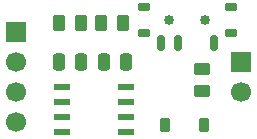
<source format=gbr>
%TF.GenerationSoftware,KiCad,Pcbnew,9.0.5*%
%TF.CreationDate,2025-11-16T03:13:01+01:00*%
%TF.ProjectId,LINBoard,4c494e42-6f61-4726-942e-6b696361645f,v1.0*%
%TF.SameCoordinates,Original*%
%TF.FileFunction,Soldermask,Top*%
%TF.FilePolarity,Negative*%
%FSLAX46Y46*%
G04 Gerber Fmt 4.6, Leading zero omitted, Abs format (unit mm)*
G04 Created by KiCad (PCBNEW 9.0.5) date 2025-11-16 03:13:01*
%MOMM*%
%LPD*%
G01*
G04 APERTURE LIST*
G04 Aperture macros list*
%AMRoundRect*
0 Rectangle with rounded corners*
0 $1 Rounding radius*
0 $2 $3 $4 $5 $6 $7 $8 $9 X,Y pos of 4 corners*
0 Add a 4 corners polygon primitive as box body*
4,1,4,$2,$3,$4,$5,$6,$7,$8,$9,$2,$3,0*
0 Add four circle primitives for the rounded corners*
1,1,$1+$1,$2,$3*
1,1,$1+$1,$4,$5*
1,1,$1+$1,$6,$7*
1,1,$1+$1,$8,$9*
0 Add four rect primitives between the rounded corners*
20,1,$1+$1,$2,$3,$4,$5,0*
20,1,$1+$1,$4,$5,$6,$7,0*
20,1,$1+$1,$6,$7,$8,$9,0*
20,1,$1+$1,$8,$9,$2,$3,0*%
G04 Aperture macros list end*
%ADD10RoundRect,0.250000X0.262500X0.450000X-0.262500X0.450000X-0.262500X-0.450000X0.262500X-0.450000X0*%
%ADD11RoundRect,0.225000X0.225000X0.375000X-0.225000X0.375000X-0.225000X-0.375000X0.225000X-0.375000X0*%
%ADD12C,0.850000*%
%ADD13RoundRect,0.150000X0.150000X0.500000X-0.150000X0.500000X-0.150000X-0.500000X0.150000X-0.500000X0*%
%ADD14RoundRect,0.175000X0.350000X0.175000X-0.350000X0.175000X-0.350000X-0.175000X0.350000X-0.175000X0*%
%ADD15RoundRect,0.250000X0.250000X0.475000X-0.250000X0.475000X-0.250000X-0.475000X0.250000X-0.475000X0*%
%ADD16RoundRect,0.250000X-0.250000X-0.475000X0.250000X-0.475000X0.250000X0.475000X-0.250000X0.475000X0*%
%ADD17RoundRect,0.250000X0.450000X-0.262500X0.450000X0.262500X-0.450000X0.262500X-0.450000X-0.262500X0*%
%ADD18R,1.700000X1.700000*%
%ADD19C,1.700000*%
%ADD20RoundRect,0.250000X-0.262500X-0.450000X0.262500X-0.450000X0.262500X0.450000X-0.262500X0.450000X0*%
%ADD21R,1.460500X0.558800*%
G04 APERTURE END LIST*
D10*
%TO.C,R2*%
X84224500Y-53340000D03*
X82399500Y-53340000D03*
%TD*%
D11*
%TO.C,D1*%
X94614000Y-61976000D03*
X91314000Y-61976000D03*
%TD*%
D12*
%TO.C,SW1*%
X94718000Y-53086000D03*
X91718000Y-53086000D03*
D13*
X95468000Y-55036000D03*
X92468000Y-55036000D03*
X90968000Y-55036000D03*
D14*
X96893000Y-54186000D03*
X96893000Y-51986000D03*
X89543000Y-54186000D03*
X89543000Y-51986000D03*
%TD*%
D15*
%TO.C,C1*%
X88072000Y-56642000D03*
X86172000Y-56642000D03*
%TD*%
D16*
%TO.C,C2*%
X82362000Y-56642000D03*
X84262000Y-56642000D03*
%TD*%
D17*
%TO.C,R3*%
X94488000Y-59078500D03*
X94488000Y-57253500D03*
%TD*%
D18*
%TO.C,J1*%
X97790000Y-56642000D03*
D19*
X97790000Y-59182000D03*
%TD*%
D18*
%TO.C,J2*%
X78740000Y-54102000D03*
D19*
X78740000Y-56642000D03*
X78740000Y-59182000D03*
X78740000Y-61722000D03*
%TD*%
D20*
%TO.C,R1*%
X85955500Y-53340000D03*
X87780500Y-53340000D03*
%TD*%
D21*
%TO.C,U1*%
X82619850Y-58801000D03*
X82619850Y-60071000D03*
X82619850Y-61341000D03*
X82619850Y-62611000D03*
X88068150Y-62611000D03*
X88068150Y-61341000D03*
X88068150Y-60071000D03*
X88068150Y-58801000D03*
%TD*%
M02*

</source>
